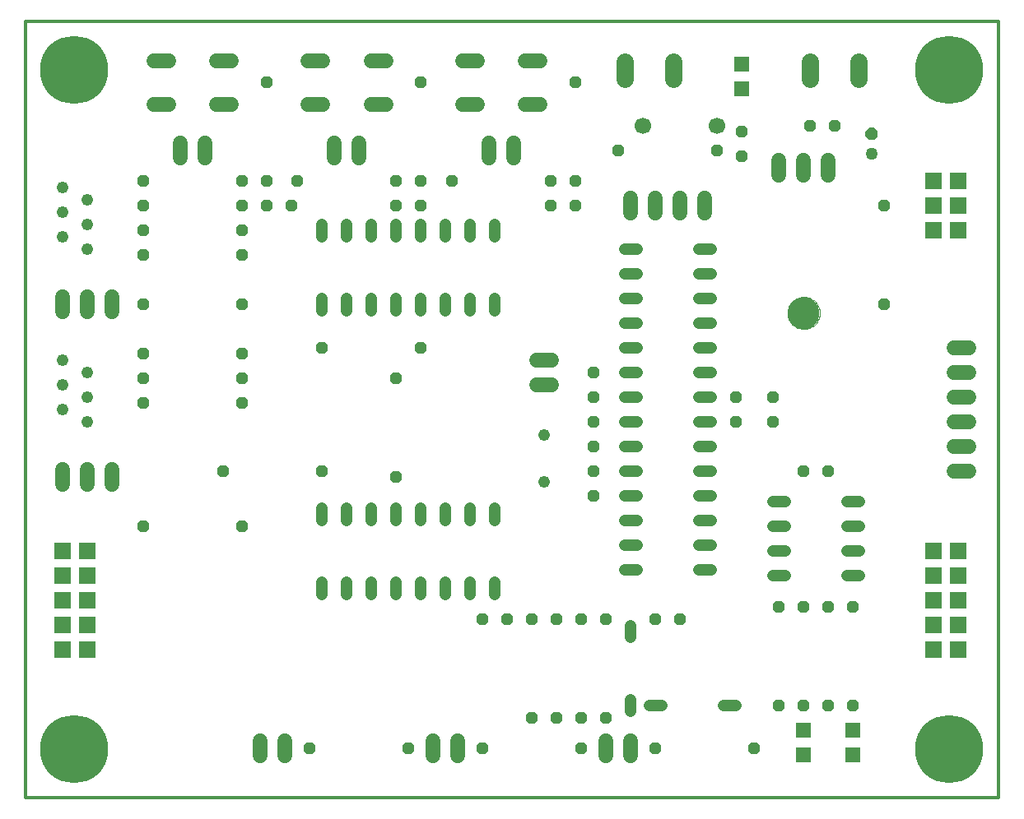
<source format=gts>
G75*
%MOIN*%
%OFA0B0*%
%FSLAX24Y24*%
%IPPOS*%
%LPD*%
%AMOC8*
5,1,8,0,0,1.08239X$1,22.5*
%
%ADD10C,0.0120*%
%ADD11C,0.0705*%
%ADD12C,0.0480*%
%ADD13R,0.0689X0.0689*%
%ADD14C,0.0600*%
%ADD15C,0.0000*%
%ADD16C,0.1300*%
%ADD17OC8,0.0480*%
%ADD18OC8,0.0500*%
%ADD19C,0.0500*%
%ADD20C,0.0480*%
%ADD21C,0.0669*%
%ADD22R,0.0591X0.0591*%
%ADD23C,0.2756*%
D10*
X013160Y000220D02*
X013160Y031716D01*
X052530Y031716D01*
X052530Y000220D01*
X013160Y000220D01*
D11*
X037426Y029368D02*
X037426Y030073D01*
X039395Y030073D02*
X039395Y029368D01*
X044926Y029368D02*
X044926Y030073D01*
X046895Y030073D02*
X046895Y029368D01*
D12*
X040900Y022470D02*
X040420Y022470D01*
X040420Y021470D02*
X040900Y021470D01*
X040900Y020470D02*
X040420Y020470D01*
X040420Y019470D02*
X040900Y019470D01*
X040900Y018470D02*
X040420Y018470D01*
X040420Y017470D02*
X040900Y017470D01*
X040900Y016470D02*
X040420Y016470D01*
X040420Y015470D02*
X040900Y015470D01*
X040900Y014470D02*
X040420Y014470D01*
X040420Y013470D02*
X040900Y013470D01*
X040900Y012470D02*
X040420Y012470D01*
X040420Y011470D02*
X040900Y011470D01*
X040900Y010470D02*
X040420Y010470D01*
X040420Y009470D02*
X040900Y009470D01*
X043420Y009220D02*
X043900Y009220D01*
X043900Y010220D02*
X043420Y010220D01*
X043420Y011220D02*
X043900Y011220D01*
X043900Y012220D02*
X043420Y012220D01*
X046420Y012220D02*
X046900Y012220D01*
X046900Y011220D02*
X046420Y011220D01*
X046420Y010220D02*
X046900Y010220D01*
X046900Y009220D02*
X046420Y009220D01*
X041900Y003970D02*
X041420Y003970D01*
X038900Y003970D02*
X038420Y003970D01*
X037660Y003730D02*
X037660Y004210D01*
X037660Y006730D02*
X037660Y007210D01*
X037420Y009470D02*
X037900Y009470D01*
X037900Y010470D02*
X037420Y010470D01*
X037420Y011470D02*
X037900Y011470D01*
X037900Y012470D02*
X037420Y012470D01*
X037420Y013470D02*
X037900Y013470D01*
X037900Y014470D02*
X037420Y014470D01*
X037420Y015470D02*
X037900Y015470D01*
X037900Y016470D02*
X037420Y016470D01*
X037420Y017470D02*
X037900Y017470D01*
X037900Y018470D02*
X037420Y018470D01*
X037420Y019470D02*
X037900Y019470D01*
X037900Y020470D02*
X037420Y020470D01*
X037420Y021470D02*
X037900Y021470D01*
X037900Y022470D02*
X037420Y022470D01*
X032160Y022980D02*
X032160Y023460D01*
X031160Y023460D02*
X031160Y022980D01*
X030160Y022980D02*
X030160Y023460D01*
X029160Y023460D02*
X029160Y022980D01*
X028160Y022980D02*
X028160Y023460D01*
X027160Y023460D02*
X027160Y022980D01*
X026160Y022980D02*
X026160Y023460D01*
X025160Y023460D02*
X025160Y022980D01*
X025160Y020460D02*
X025160Y019980D01*
X026160Y019980D02*
X026160Y020460D01*
X027160Y020460D02*
X027160Y019980D01*
X028160Y019980D02*
X028160Y020460D01*
X029160Y020460D02*
X029160Y019980D01*
X030160Y019980D02*
X030160Y020460D01*
X031160Y020460D02*
X031160Y019980D01*
X032160Y019980D02*
X032160Y020460D01*
X032160Y011960D02*
X032160Y011480D01*
X031160Y011480D02*
X031160Y011960D01*
X030160Y011960D02*
X030160Y011480D01*
X029160Y011480D02*
X029160Y011960D01*
X028160Y011960D02*
X028160Y011480D01*
X027160Y011480D02*
X027160Y011960D01*
X026160Y011960D02*
X026160Y011480D01*
X025160Y011480D02*
X025160Y011960D01*
X025160Y008960D02*
X025160Y008480D01*
X026160Y008480D02*
X026160Y008960D01*
X027160Y008960D02*
X027160Y008480D01*
X028160Y008480D02*
X028160Y008960D01*
X029160Y008960D02*
X029160Y008480D01*
X030160Y008480D02*
X030160Y008960D01*
X031160Y008960D02*
X031160Y008480D01*
X032160Y008480D02*
X032160Y008960D01*
D13*
X015660Y009220D03*
X014660Y009220D03*
X014660Y008220D03*
X014660Y007220D03*
X015660Y007220D03*
X015660Y008220D03*
X015660Y010220D03*
X014660Y010220D03*
X014660Y006220D03*
X015660Y006220D03*
X049910Y006220D03*
X050910Y006220D03*
X050910Y007220D03*
X049910Y007220D03*
X049910Y008220D03*
X049910Y009220D03*
X049910Y010220D03*
X050910Y010220D03*
X050910Y009220D03*
X050910Y008220D03*
X050910Y023220D03*
X049910Y023220D03*
X049910Y024220D03*
X050910Y024220D03*
X050910Y025220D03*
X049910Y025220D03*
D14*
X045660Y025483D02*
X045660Y026083D01*
X044660Y026083D02*
X044660Y025483D01*
X043660Y025483D02*
X043660Y026083D01*
X040660Y024520D02*
X040660Y023920D01*
X039660Y023920D02*
X039660Y024520D01*
X038660Y024520D02*
X038660Y023920D01*
X037660Y023920D02*
X037660Y024520D01*
X032910Y026170D02*
X032910Y026770D01*
X031910Y026770D02*
X031910Y026170D01*
X031430Y028330D02*
X030830Y028330D01*
X030830Y030110D02*
X031430Y030110D01*
X033390Y030110D02*
X033990Y030110D01*
X033990Y028330D02*
X033390Y028330D01*
X027740Y028330D02*
X027140Y028330D01*
X026660Y026770D02*
X026660Y026170D01*
X025660Y026170D02*
X025660Y026770D01*
X025180Y028330D02*
X024580Y028330D01*
X024580Y030110D02*
X025180Y030110D01*
X027140Y030110D02*
X027740Y030110D01*
X021490Y030110D02*
X020890Y030110D01*
X020890Y028330D02*
X021490Y028330D01*
X020410Y026770D02*
X020410Y026170D01*
X019410Y026170D02*
X019410Y026770D01*
X018930Y028330D02*
X018330Y028330D01*
X018330Y030110D02*
X018930Y030110D01*
X016660Y020520D02*
X016660Y019920D01*
X015660Y019920D02*
X015660Y020520D01*
X014660Y020520D02*
X014660Y019920D01*
X014660Y013520D02*
X014660Y012920D01*
X015660Y012920D02*
X015660Y013520D01*
X016660Y013520D02*
X016660Y012920D01*
X022660Y002520D02*
X022660Y001920D01*
X023660Y001920D02*
X023660Y002520D01*
X029660Y002520D02*
X029660Y001920D01*
X030660Y001920D02*
X030660Y002520D01*
X036660Y002520D02*
X036660Y001920D01*
X037660Y001920D02*
X037660Y002520D01*
X050730Y013468D02*
X051330Y013468D01*
X051330Y014468D02*
X050730Y014468D01*
X050730Y015468D02*
X051330Y015468D01*
X051330Y016468D02*
X050730Y016468D01*
X050730Y017468D02*
X051330Y017468D01*
X051330Y018468D02*
X050730Y018468D01*
X034460Y017970D02*
X033860Y017970D01*
X033860Y016970D02*
X034460Y016970D01*
D15*
X044010Y019883D02*
X044012Y019933D01*
X044018Y019983D01*
X044028Y020033D01*
X044041Y020081D01*
X044058Y020129D01*
X044079Y020175D01*
X044103Y020219D01*
X044131Y020261D01*
X044162Y020301D01*
X044196Y020338D01*
X044233Y020373D01*
X044272Y020404D01*
X044313Y020433D01*
X044357Y020458D01*
X044403Y020480D01*
X044450Y020498D01*
X044498Y020512D01*
X044547Y020523D01*
X044597Y020530D01*
X044647Y020533D01*
X044698Y020532D01*
X044748Y020527D01*
X044798Y020518D01*
X044846Y020506D01*
X044894Y020489D01*
X044940Y020469D01*
X044985Y020446D01*
X045028Y020419D01*
X045068Y020389D01*
X045106Y020356D01*
X045141Y020320D01*
X045174Y020281D01*
X045203Y020240D01*
X045229Y020197D01*
X045252Y020152D01*
X045271Y020105D01*
X045286Y020057D01*
X045298Y020008D01*
X045306Y019958D01*
X045310Y019908D01*
X045310Y019858D01*
X045306Y019808D01*
X045298Y019758D01*
X045286Y019709D01*
X045271Y019661D01*
X045252Y019614D01*
X045229Y019569D01*
X045203Y019526D01*
X045174Y019485D01*
X045141Y019446D01*
X045106Y019410D01*
X045068Y019377D01*
X045028Y019347D01*
X044985Y019320D01*
X044940Y019297D01*
X044894Y019277D01*
X044846Y019260D01*
X044798Y019248D01*
X044748Y019239D01*
X044698Y019234D01*
X044647Y019233D01*
X044597Y019236D01*
X044547Y019243D01*
X044498Y019254D01*
X044450Y019268D01*
X044403Y019286D01*
X044357Y019308D01*
X044313Y019333D01*
X044272Y019362D01*
X044233Y019393D01*
X044196Y019428D01*
X044162Y019465D01*
X044131Y019505D01*
X044103Y019547D01*
X044079Y019591D01*
X044058Y019637D01*
X044041Y019685D01*
X044028Y019733D01*
X044018Y019783D01*
X044012Y019833D01*
X044010Y019883D01*
D16*
X044660Y019883D03*
D17*
X047910Y020220D03*
X047910Y024220D03*
X045910Y027470D03*
X044910Y027470D03*
X042160Y027220D03*
X042160Y026220D03*
X041160Y026470D03*
X037160Y026470D03*
X035410Y025220D03*
X034410Y025220D03*
X034410Y024220D03*
X035410Y024220D03*
X030410Y025220D03*
X029160Y025220D03*
X028160Y025220D03*
X028160Y024220D03*
X029160Y024220D03*
X024160Y025220D03*
X022910Y025220D03*
X021910Y025220D03*
X021910Y024220D03*
X021910Y023220D03*
X021910Y022220D03*
X021910Y020220D03*
X021910Y018220D03*
X021910Y017220D03*
X021910Y016220D03*
X021160Y013470D03*
X021910Y011220D03*
X025160Y013470D03*
X028160Y013220D03*
X028160Y017220D03*
X029160Y018470D03*
X025160Y018470D03*
X023910Y024220D03*
X022910Y024220D03*
X017910Y024220D03*
X017910Y023220D03*
X017910Y022220D03*
X017910Y020220D03*
X017910Y018220D03*
X017910Y017220D03*
X017910Y016220D03*
X017910Y011220D03*
X024660Y002220D03*
X028660Y002220D03*
X031660Y002220D03*
X033660Y003470D03*
X034660Y003470D03*
X035660Y003470D03*
X036660Y003470D03*
X035660Y002220D03*
X038660Y002220D03*
X042660Y002220D03*
X043660Y003970D03*
X044660Y003970D03*
X045660Y003970D03*
X046660Y003970D03*
X046660Y007970D03*
X045660Y007970D03*
X044660Y007970D03*
X043660Y007970D03*
X039660Y007470D03*
X038660Y007470D03*
X036660Y007470D03*
X035660Y007470D03*
X034660Y007470D03*
X033660Y007470D03*
X032660Y007470D03*
X031660Y007470D03*
X036160Y012470D03*
X036160Y013470D03*
X036160Y014470D03*
X036160Y015470D03*
X036160Y016470D03*
X036160Y017470D03*
X041910Y016470D03*
X041910Y015470D03*
X043410Y015470D03*
X043410Y016470D03*
X044660Y013470D03*
X045660Y013470D03*
X035410Y029220D03*
X029160Y029220D03*
X022910Y029220D03*
X017910Y025220D03*
D18*
X047410Y027120D03*
D19*
X047410Y026320D03*
D20*
X034160Y014920D03*
X034160Y013020D03*
X015660Y015470D03*
X015660Y016470D03*
X015660Y017470D03*
X014660Y017970D03*
X014660Y016970D03*
X014660Y015970D03*
X015660Y022470D03*
X015660Y023470D03*
X015660Y024470D03*
X014660Y023970D03*
X014660Y022970D03*
X014660Y024970D03*
D21*
X038160Y027470D03*
X041160Y027470D03*
D22*
X042160Y028970D03*
X042160Y029970D03*
X044660Y002970D03*
X044660Y001970D03*
X046660Y001970D03*
X046660Y002970D03*
D23*
X050562Y002189D03*
X015129Y002189D03*
X015129Y029748D03*
X050562Y029748D03*
M02*

</source>
